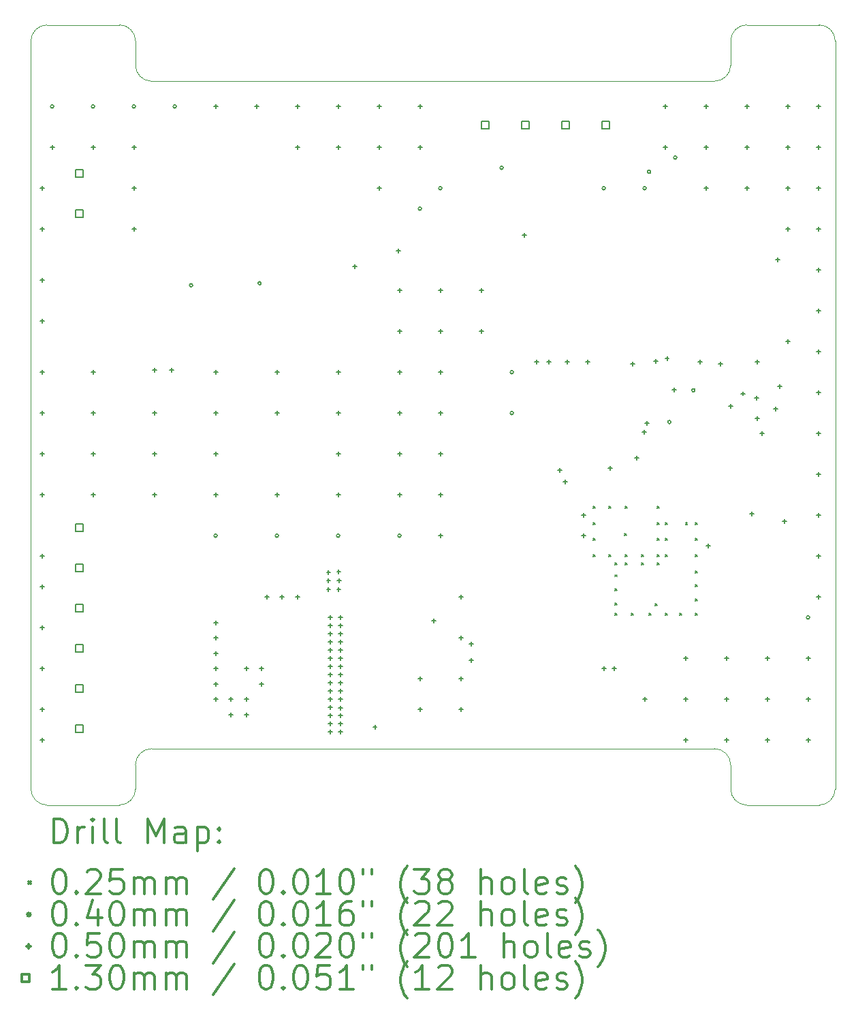
<source format=gbr>
%FSLAX45Y45*%
G04 Gerber Fmt 4.5, Leading zero omitted, Abs format (unit mm)*
G04 Created by KiCad (PCBNEW 5.1.5) date 2020-01-08 22:08:45*
%MOMM*%
%LPD*%
G04 APERTURE LIST*
%TA.AperFunction,Profile*%
%ADD10C,0.100000*%
%TD*%
%ADD11C,0.200000*%
%ADD12C,0.300000*%
G04 APERTURE END LIST*
D10*
X12300000Y-4005000D02*
X5300000Y-4005000D01*
X13800000Y-12800000D02*
G75*
G02X13600000Y-13000000I-200000J0D01*
G01*
X3800000Y-3505000D02*
G75*
G02X4000000Y-3305000I200000J0D01*
G01*
X13800000Y-3505000D02*
X13800000Y-12800000D01*
X5100000Y-12500000D02*
G75*
G02X5300000Y-12300000I200000J0D01*
G01*
X5100000Y-12800000D02*
G75*
G02X4900000Y-13000000I-200000J0D01*
G01*
X12500000Y-3505000D02*
G75*
G02X12700000Y-3305000I200000J0D01*
G01*
X13600000Y-3305000D02*
X12700000Y-3305000D01*
X4900000Y-3305000D02*
X4000000Y-3305000D01*
X4000000Y-13000000D02*
G75*
G02X3800000Y-12800000I0J200000D01*
G01*
X5100000Y-3505000D02*
X5100000Y-3805000D01*
X13600000Y-3305000D02*
G75*
G02X13800000Y-3505000I0J-200000D01*
G01*
X5300000Y-4005000D02*
G75*
G02X5100000Y-3805000I0J200000D01*
G01*
X12300000Y-12300000D02*
G75*
G02X12500000Y-12500000I0J-200000D01*
G01*
X4900000Y-3305000D02*
G75*
G02X5100000Y-3505000I0J-200000D01*
G01*
X12500000Y-12800000D02*
X12500000Y-12500000D01*
X12500000Y-3805000D02*
G75*
G02X12300000Y-4005000I-200000J0D01*
G01*
X4900000Y-13000000D02*
X4000000Y-13000000D01*
X12500000Y-3505000D02*
X12500000Y-3805000D01*
X12300000Y-12300000D02*
X5300000Y-12300000D01*
X3800000Y-12800000D02*
X3800000Y-3505000D01*
X13600000Y-13000000D02*
X12700000Y-13000000D01*
X5100000Y-12500000D02*
X5100000Y-12800000D01*
X12700000Y-13000000D02*
G75*
G02X12500000Y-12800000I0J200000D01*
G01*
D11*
X10787500Y-9287500D02*
X10812500Y-9312500D01*
X10812500Y-9287500D02*
X10787500Y-9312500D01*
X10787500Y-9487500D02*
X10812500Y-9512500D01*
X10812500Y-9487500D02*
X10787500Y-9512500D01*
X10787500Y-9687500D02*
X10812500Y-9712500D01*
X10812500Y-9687500D02*
X10787500Y-9712500D01*
X10787500Y-9887500D02*
X10812500Y-9912500D01*
X10812500Y-9887500D02*
X10787500Y-9912500D01*
X10987500Y-9287500D02*
X11012500Y-9312500D01*
X11012500Y-9287500D02*
X10987500Y-9312500D01*
X10987500Y-9887500D02*
X11012500Y-9912500D01*
X11012500Y-9887500D02*
X10987500Y-9912500D01*
X11062500Y-9987500D02*
X11087500Y-10012500D01*
X11087500Y-9987500D02*
X11062500Y-10012500D01*
X11062500Y-10137500D02*
X11087500Y-10162500D01*
X11087500Y-10137500D02*
X11062500Y-10162500D01*
X11062500Y-10312500D02*
X11087500Y-10337500D01*
X11087500Y-10312500D02*
X11062500Y-10337500D01*
X11062500Y-10487500D02*
X11087500Y-10512500D01*
X11087500Y-10487500D02*
X11062500Y-10512500D01*
X11062500Y-10612500D02*
X11087500Y-10637500D01*
X11087500Y-10612500D02*
X11062500Y-10637500D01*
X11177500Y-9627500D02*
X11202500Y-9652500D01*
X11202500Y-9627500D02*
X11177500Y-9652500D01*
X11187500Y-9287500D02*
X11212500Y-9312500D01*
X11212500Y-9287500D02*
X11187500Y-9312500D01*
X11187500Y-9887500D02*
X11212500Y-9912500D01*
X11212500Y-9887500D02*
X11187500Y-9912500D01*
X11187500Y-9987500D02*
X11212500Y-10012500D01*
X11212500Y-9987500D02*
X11187500Y-10012500D01*
X11262500Y-10612500D02*
X11287500Y-10637500D01*
X11287500Y-10612500D02*
X11262500Y-10637500D01*
X11387500Y-9887500D02*
X11412500Y-9912500D01*
X11412500Y-9887500D02*
X11387500Y-9912500D01*
X11387500Y-9987500D02*
X11412500Y-10012500D01*
X11412500Y-9987500D02*
X11387500Y-10012500D01*
X11487500Y-10612500D02*
X11512500Y-10637500D01*
X11512500Y-10612500D02*
X11487500Y-10637500D01*
X11557500Y-10497500D02*
X11582500Y-10522500D01*
X11582500Y-10497500D02*
X11557500Y-10522500D01*
X11587500Y-9287500D02*
X11612500Y-9312500D01*
X11612500Y-9287500D02*
X11587500Y-9312500D01*
X11587500Y-9487500D02*
X11612500Y-9512500D01*
X11612500Y-9487500D02*
X11587500Y-9512500D01*
X11587500Y-9687500D02*
X11612500Y-9712500D01*
X11612500Y-9687500D02*
X11587500Y-9712500D01*
X11587500Y-9887500D02*
X11612500Y-9912500D01*
X11612500Y-9887500D02*
X11587500Y-9912500D01*
X11587500Y-9987500D02*
X11612500Y-10012500D01*
X11612500Y-9987500D02*
X11587500Y-10012500D01*
X11687500Y-9487500D02*
X11712500Y-9512500D01*
X11712500Y-9487500D02*
X11687500Y-9512500D01*
X11687500Y-9687500D02*
X11712500Y-9712500D01*
X11712500Y-9687500D02*
X11687500Y-9712500D01*
X11687500Y-9887500D02*
X11712500Y-9912500D01*
X11712500Y-9887500D02*
X11687500Y-9912500D01*
X11687500Y-10612500D02*
X11712500Y-10637500D01*
X11712500Y-10612500D02*
X11687500Y-10637500D01*
X11862500Y-10612500D02*
X11887500Y-10637500D01*
X11887500Y-10612500D02*
X11862500Y-10637500D01*
X11937500Y-9487500D02*
X11962500Y-9512500D01*
X11962500Y-9487500D02*
X11937500Y-9512500D01*
X12062500Y-9487500D02*
X12087500Y-9512500D01*
X12087500Y-9487500D02*
X12062500Y-9512500D01*
X12062500Y-9687500D02*
X12087500Y-9712500D01*
X12087500Y-9687500D02*
X12062500Y-9712500D01*
X12062500Y-9887500D02*
X12087500Y-9912500D01*
X12087500Y-9887500D02*
X12062500Y-9912500D01*
X12062500Y-10087500D02*
X12087500Y-10112500D01*
X12087500Y-10087500D02*
X12062500Y-10112500D01*
X12062500Y-10262500D02*
X12087500Y-10287500D01*
X12087500Y-10262500D02*
X12062500Y-10287500D01*
X12062500Y-10437500D02*
X12087500Y-10462500D01*
X12087500Y-10437500D02*
X12062500Y-10462500D01*
X12062500Y-10612500D02*
X12087500Y-10637500D01*
X12087500Y-10612500D02*
X12062500Y-10637500D01*
X4084000Y-4318000D02*
G75*
G03X4084000Y-4318000I-20000J0D01*
G01*
X4592000Y-4318000D02*
G75*
G03X4592000Y-4318000I-20000J0D01*
G01*
X5100000Y-4318000D02*
G75*
G03X5100000Y-4318000I-20000J0D01*
G01*
X5608000Y-4318000D02*
G75*
G03X5608000Y-4318000I-20000J0D01*
G01*
X5811200Y-6540500D02*
G75*
G03X5811200Y-6540500I-20000J0D01*
G01*
X6116000Y-9652000D02*
G75*
G03X6116000Y-9652000I-20000J0D01*
G01*
X6662100Y-6515100D02*
G75*
G03X6662100Y-6515100I-20000J0D01*
G01*
X6878000Y-9652000D02*
G75*
G03X6878000Y-9652000I-20000J0D01*
G01*
X7640000Y-9652000D02*
G75*
G03X7640000Y-9652000I-20000J0D01*
G01*
X8402000Y-9652000D02*
G75*
G03X8402000Y-9652000I-20000J0D01*
G01*
X8656000Y-5588000D02*
G75*
G03X8656000Y-5588000I-20000J0D01*
G01*
X8910000Y-5334000D02*
G75*
G03X8910000Y-5334000I-20000J0D01*
G01*
X9672000Y-5080000D02*
G75*
G03X9672000Y-5080000I-20000J0D01*
G01*
X9799000Y-7620000D02*
G75*
G03X9799000Y-7620000I-20000J0D01*
G01*
X9799000Y-8128000D02*
G75*
G03X9799000Y-8128000I-20000J0D01*
G01*
X10942000Y-5334000D02*
G75*
G03X10942000Y-5334000I-20000J0D01*
G01*
X11450000Y-5334000D02*
G75*
G03X11450000Y-5334000I-20000J0D01*
G01*
X11505459Y-5130800D02*
G75*
G03X11505459Y-5130800I-20000J0D01*
G01*
X11758210Y-8239361D02*
G75*
G03X11758210Y-8239361I-20000J0D01*
G01*
X11831000Y-4953000D02*
G75*
G03X11831000Y-4953000I-20000J0D01*
G01*
X12056771Y-7846185D02*
G75*
G03X12056771Y-7846185I-20000J0D01*
G01*
X13482000Y-10668000D02*
G75*
G03X13482000Y-10668000I-20000J0D01*
G01*
X3937000Y-5309000D02*
X3937000Y-5359000D01*
X3912000Y-5334000D02*
X3962000Y-5334000D01*
X3937000Y-5817000D02*
X3937000Y-5867000D01*
X3912000Y-5842000D02*
X3962000Y-5842000D01*
X3937000Y-6452000D02*
X3937000Y-6502000D01*
X3912000Y-6477000D02*
X3962000Y-6477000D01*
X3937000Y-6960000D02*
X3937000Y-7010000D01*
X3912000Y-6985000D02*
X3962000Y-6985000D01*
X3937000Y-7595000D02*
X3937000Y-7645000D01*
X3912000Y-7620000D02*
X3962000Y-7620000D01*
X3937000Y-8103000D02*
X3937000Y-8153000D01*
X3912000Y-8128000D02*
X3962000Y-8128000D01*
X3937000Y-8611000D02*
X3937000Y-8661000D01*
X3912000Y-8636000D02*
X3962000Y-8636000D01*
X3937000Y-9119000D02*
X3937000Y-9169000D01*
X3912000Y-9144000D02*
X3962000Y-9144000D01*
X3937000Y-9881000D02*
X3937000Y-9931000D01*
X3912000Y-9906000D02*
X3962000Y-9906000D01*
X3937000Y-10262000D02*
X3937000Y-10312000D01*
X3912000Y-10287000D02*
X3962000Y-10287000D01*
X3937000Y-10770000D02*
X3937000Y-10820000D01*
X3912000Y-10795000D02*
X3962000Y-10795000D01*
X3937000Y-11278000D02*
X3937000Y-11328000D01*
X3912000Y-11303000D02*
X3962000Y-11303000D01*
X3937000Y-11786000D02*
X3937000Y-11836000D01*
X3912000Y-11811000D02*
X3962000Y-11811000D01*
X3937000Y-12167000D02*
X3937000Y-12217000D01*
X3912000Y-12192000D02*
X3962000Y-12192000D01*
X4064000Y-4801000D02*
X4064000Y-4851000D01*
X4039000Y-4826000D02*
X4089000Y-4826000D01*
X4572000Y-4801000D02*
X4572000Y-4851000D01*
X4547000Y-4826000D02*
X4597000Y-4826000D01*
X4572000Y-7595000D02*
X4572000Y-7645000D01*
X4547000Y-7620000D02*
X4597000Y-7620000D01*
X4572000Y-8103000D02*
X4572000Y-8153000D01*
X4547000Y-8128000D02*
X4597000Y-8128000D01*
X4572000Y-8611000D02*
X4572000Y-8661000D01*
X4547000Y-8636000D02*
X4597000Y-8636000D01*
X4572000Y-9119000D02*
X4572000Y-9169000D01*
X4547000Y-9144000D02*
X4597000Y-9144000D01*
X5080000Y-4801000D02*
X5080000Y-4851000D01*
X5055000Y-4826000D02*
X5105000Y-4826000D01*
X5080000Y-5309000D02*
X5080000Y-5359000D01*
X5055000Y-5334000D02*
X5105000Y-5334000D01*
X5080000Y-5817000D02*
X5080000Y-5867000D01*
X5055000Y-5842000D02*
X5105000Y-5842000D01*
X5334000Y-7569600D02*
X5334000Y-7619600D01*
X5309000Y-7594600D02*
X5359000Y-7594600D01*
X5334000Y-8103000D02*
X5334000Y-8153000D01*
X5309000Y-8128000D02*
X5359000Y-8128000D01*
X5334000Y-8611000D02*
X5334000Y-8661000D01*
X5309000Y-8636000D02*
X5359000Y-8636000D01*
X5334000Y-9119000D02*
X5334000Y-9169000D01*
X5309000Y-9144000D02*
X5359000Y-9144000D01*
X5549900Y-7569600D02*
X5549900Y-7619600D01*
X5524900Y-7594600D02*
X5574900Y-7594600D01*
X6096000Y-4293000D02*
X6096000Y-4343000D01*
X6071000Y-4318000D02*
X6121000Y-4318000D01*
X6096000Y-7595000D02*
X6096000Y-7645000D01*
X6071000Y-7620000D02*
X6121000Y-7620000D01*
X6096000Y-8103000D02*
X6096000Y-8153000D01*
X6071000Y-8128000D02*
X6121000Y-8128000D01*
X6096000Y-8611000D02*
X6096000Y-8661000D01*
X6071000Y-8636000D02*
X6121000Y-8636000D01*
X6096000Y-9119000D02*
X6096000Y-9169000D01*
X6071000Y-9144000D02*
X6121000Y-9144000D01*
X6096000Y-10706500D02*
X6096000Y-10756500D01*
X6071000Y-10731500D02*
X6121000Y-10731500D01*
X6096000Y-10897000D02*
X6096000Y-10947000D01*
X6071000Y-10922000D02*
X6121000Y-10922000D01*
X6096000Y-11087500D02*
X6096000Y-11137500D01*
X6071000Y-11112500D02*
X6121000Y-11112500D01*
X6096000Y-11278000D02*
X6096000Y-11328000D01*
X6071000Y-11303000D02*
X6121000Y-11303000D01*
X6096000Y-11468500D02*
X6096000Y-11518500D01*
X6071000Y-11493500D02*
X6121000Y-11493500D01*
X6096000Y-11659000D02*
X6096000Y-11709000D01*
X6071000Y-11684000D02*
X6121000Y-11684000D01*
X6286500Y-11659000D02*
X6286500Y-11709000D01*
X6261500Y-11684000D02*
X6311500Y-11684000D01*
X6286500Y-11849500D02*
X6286500Y-11899500D01*
X6261500Y-11874500D02*
X6311500Y-11874500D01*
X6477000Y-11278000D02*
X6477000Y-11328000D01*
X6452000Y-11303000D02*
X6502000Y-11303000D01*
X6477000Y-11659000D02*
X6477000Y-11709000D01*
X6452000Y-11684000D02*
X6502000Y-11684000D01*
X6477000Y-11849500D02*
X6477000Y-11899500D01*
X6452000Y-11874500D02*
X6502000Y-11874500D01*
X6604000Y-4293000D02*
X6604000Y-4343000D01*
X6579000Y-4318000D02*
X6629000Y-4318000D01*
X6667500Y-11278000D02*
X6667500Y-11328000D01*
X6642500Y-11303000D02*
X6692500Y-11303000D01*
X6667500Y-11468500D02*
X6667500Y-11518500D01*
X6642500Y-11493500D02*
X6692500Y-11493500D01*
X6731000Y-10389000D02*
X6731000Y-10439000D01*
X6706000Y-10414000D02*
X6756000Y-10414000D01*
X6858000Y-7595000D02*
X6858000Y-7645000D01*
X6833000Y-7620000D02*
X6883000Y-7620000D01*
X6858000Y-8103000D02*
X6858000Y-8153000D01*
X6833000Y-8128000D02*
X6883000Y-8128000D01*
X6858000Y-9119000D02*
X6858000Y-9169000D01*
X6833000Y-9144000D02*
X6883000Y-9144000D01*
X6921500Y-10389000D02*
X6921500Y-10439000D01*
X6896500Y-10414000D02*
X6946500Y-10414000D01*
X7112000Y-4293000D02*
X7112000Y-4343000D01*
X7087000Y-4318000D02*
X7137000Y-4318000D01*
X7112000Y-4801000D02*
X7112000Y-4851000D01*
X7087000Y-4826000D02*
X7137000Y-4826000D01*
X7112000Y-10389000D02*
X7112000Y-10439000D01*
X7087000Y-10414000D02*
X7137000Y-10414000D01*
X7500620Y-10079120D02*
X7500620Y-10129120D01*
X7475620Y-10104120D02*
X7525620Y-10104120D01*
X7500620Y-10185800D02*
X7500620Y-10235800D01*
X7475620Y-10210800D02*
X7525620Y-10210800D01*
X7500620Y-10292480D02*
X7500620Y-10342480D01*
X7475620Y-10317480D02*
X7525620Y-10317480D01*
X7518400Y-10643000D02*
X7518400Y-10693000D01*
X7493400Y-10668000D02*
X7543400Y-10668000D01*
X7518400Y-10744600D02*
X7518400Y-10794600D01*
X7493400Y-10769600D02*
X7543400Y-10769600D01*
X7518400Y-10846200D02*
X7518400Y-10896200D01*
X7493400Y-10871200D02*
X7543400Y-10871200D01*
X7518400Y-10947800D02*
X7518400Y-10997800D01*
X7493400Y-10972800D02*
X7543400Y-10972800D01*
X7518400Y-11049400D02*
X7518400Y-11099400D01*
X7493400Y-11074400D02*
X7543400Y-11074400D01*
X7518400Y-11151000D02*
X7518400Y-11201000D01*
X7493400Y-11176000D02*
X7543400Y-11176000D01*
X7518400Y-11252600D02*
X7518400Y-11302600D01*
X7493400Y-11277600D02*
X7543400Y-11277600D01*
X7518400Y-11354200D02*
X7518400Y-11404200D01*
X7493400Y-11379200D02*
X7543400Y-11379200D01*
X7518400Y-11455800D02*
X7518400Y-11505800D01*
X7493400Y-11480800D02*
X7543400Y-11480800D01*
X7518400Y-11557400D02*
X7518400Y-11607400D01*
X7493400Y-11582400D02*
X7543400Y-11582400D01*
X7518400Y-11659000D02*
X7518400Y-11709000D01*
X7493400Y-11684000D02*
X7543400Y-11684000D01*
X7518400Y-11760600D02*
X7518400Y-11810600D01*
X7493400Y-11785600D02*
X7543400Y-11785600D01*
X7518400Y-11862200D02*
X7518400Y-11912200D01*
X7493400Y-11887200D02*
X7543400Y-11887200D01*
X7518400Y-11963800D02*
X7518400Y-12013800D01*
X7493400Y-11988800D02*
X7543400Y-11988800D01*
X7518400Y-12065400D02*
X7518400Y-12115400D01*
X7493400Y-12090400D02*
X7543400Y-12090400D01*
X7620000Y-4293000D02*
X7620000Y-4343000D01*
X7595000Y-4318000D02*
X7645000Y-4318000D01*
X7620000Y-4801000D02*
X7620000Y-4851000D01*
X7595000Y-4826000D02*
X7645000Y-4826000D01*
X7620000Y-7595000D02*
X7620000Y-7645000D01*
X7595000Y-7620000D02*
X7645000Y-7620000D01*
X7620000Y-8103000D02*
X7620000Y-8153000D01*
X7595000Y-8128000D02*
X7645000Y-8128000D01*
X7620000Y-8611000D02*
X7620000Y-8661000D01*
X7595000Y-8636000D02*
X7645000Y-8636000D01*
X7620000Y-9119000D02*
X7620000Y-9169000D01*
X7595000Y-9144000D02*
X7645000Y-9144000D01*
X7627620Y-10076580D02*
X7627620Y-10126580D01*
X7602620Y-10101580D02*
X7652620Y-10101580D01*
X7627620Y-10292480D02*
X7627620Y-10342480D01*
X7602620Y-10317480D02*
X7652620Y-10317480D01*
X7630160Y-10185800D02*
X7630160Y-10235800D01*
X7605160Y-10210800D02*
X7655160Y-10210800D01*
X7645400Y-10643000D02*
X7645400Y-10693000D01*
X7620400Y-10668000D02*
X7670400Y-10668000D01*
X7645400Y-10744600D02*
X7645400Y-10794600D01*
X7620400Y-10769600D02*
X7670400Y-10769600D01*
X7645400Y-10846200D02*
X7645400Y-10896200D01*
X7620400Y-10871200D02*
X7670400Y-10871200D01*
X7645400Y-10947800D02*
X7645400Y-10997800D01*
X7620400Y-10972800D02*
X7670400Y-10972800D01*
X7645400Y-11049400D02*
X7645400Y-11099400D01*
X7620400Y-11074400D02*
X7670400Y-11074400D01*
X7645400Y-11151000D02*
X7645400Y-11201000D01*
X7620400Y-11176000D02*
X7670400Y-11176000D01*
X7645400Y-11252600D02*
X7645400Y-11302600D01*
X7620400Y-11277600D02*
X7670400Y-11277600D01*
X7645400Y-11354200D02*
X7645400Y-11404200D01*
X7620400Y-11379200D02*
X7670400Y-11379200D01*
X7645400Y-11455800D02*
X7645400Y-11505800D01*
X7620400Y-11480800D02*
X7670400Y-11480800D01*
X7645400Y-11557400D02*
X7645400Y-11607400D01*
X7620400Y-11582400D02*
X7670400Y-11582400D01*
X7645400Y-11659000D02*
X7645400Y-11709000D01*
X7620400Y-11684000D02*
X7670400Y-11684000D01*
X7645400Y-11766950D02*
X7645400Y-11816950D01*
X7620400Y-11791950D02*
X7670400Y-11791950D01*
X7645400Y-11862200D02*
X7645400Y-11912200D01*
X7620400Y-11887200D02*
X7670400Y-11887200D01*
X7645400Y-11963800D02*
X7645400Y-12013800D01*
X7620400Y-11988800D02*
X7670400Y-11988800D01*
X7645400Y-12065400D02*
X7645400Y-12115400D01*
X7620400Y-12090400D02*
X7670400Y-12090400D01*
X7823200Y-6284360D02*
X7823200Y-6334360D01*
X7798200Y-6309360D02*
X7848200Y-6309360D01*
X8076691Y-12004695D02*
X8076691Y-12054695D01*
X8051691Y-12029695D02*
X8101691Y-12029695D01*
X8128000Y-4293000D02*
X8128000Y-4343000D01*
X8103000Y-4318000D02*
X8153000Y-4318000D01*
X8128000Y-4801000D02*
X8128000Y-4851000D01*
X8103000Y-4826000D02*
X8153000Y-4826000D01*
X8128000Y-5309000D02*
X8128000Y-5359000D01*
X8103000Y-5334000D02*
X8153000Y-5334000D01*
X8366760Y-6086240D02*
X8366760Y-6136240D01*
X8341760Y-6111240D02*
X8391760Y-6111240D01*
X8382000Y-6579000D02*
X8382000Y-6629000D01*
X8357000Y-6604000D02*
X8407000Y-6604000D01*
X8382000Y-7087000D02*
X8382000Y-7137000D01*
X8357000Y-7112000D02*
X8407000Y-7112000D01*
X8382000Y-7595000D02*
X8382000Y-7645000D01*
X8357000Y-7620000D02*
X8407000Y-7620000D01*
X8382000Y-8103000D02*
X8382000Y-8153000D01*
X8357000Y-8128000D02*
X8407000Y-8128000D01*
X8382000Y-8611000D02*
X8382000Y-8661000D01*
X8357000Y-8636000D02*
X8407000Y-8636000D01*
X8382000Y-9119000D02*
X8382000Y-9169000D01*
X8357000Y-9144000D02*
X8407000Y-9144000D01*
X8636000Y-4293000D02*
X8636000Y-4343000D01*
X8611000Y-4318000D02*
X8661000Y-4318000D01*
X8636000Y-4801000D02*
X8636000Y-4851000D01*
X8611000Y-4826000D02*
X8661000Y-4826000D01*
X8636000Y-11405000D02*
X8636000Y-11455000D01*
X8611000Y-11430000D02*
X8661000Y-11430000D01*
X8636000Y-11786000D02*
X8636000Y-11836000D01*
X8611000Y-11811000D02*
X8661000Y-11811000D01*
X8810244Y-10683132D02*
X8810244Y-10733132D01*
X8785244Y-10708132D02*
X8835244Y-10708132D01*
X8890000Y-6579000D02*
X8890000Y-6629000D01*
X8865000Y-6604000D02*
X8915000Y-6604000D01*
X8890000Y-7087000D02*
X8890000Y-7137000D01*
X8865000Y-7112000D02*
X8915000Y-7112000D01*
X8890000Y-7595000D02*
X8890000Y-7645000D01*
X8865000Y-7620000D02*
X8915000Y-7620000D01*
X8890000Y-8103000D02*
X8890000Y-8153000D01*
X8865000Y-8128000D02*
X8915000Y-8128000D01*
X8890000Y-8611000D02*
X8890000Y-8661000D01*
X8865000Y-8636000D02*
X8915000Y-8636000D01*
X8890000Y-9119000D02*
X8890000Y-9169000D01*
X8865000Y-9144000D02*
X8915000Y-9144000D01*
X8890000Y-9627000D02*
X8890000Y-9677000D01*
X8865000Y-9652000D02*
X8915000Y-9652000D01*
X9144000Y-10389000D02*
X9144000Y-10439000D01*
X9119000Y-10414000D02*
X9169000Y-10414000D01*
X9144000Y-10897000D02*
X9144000Y-10947000D01*
X9119000Y-10922000D02*
X9169000Y-10922000D01*
X9144000Y-11405000D02*
X9144000Y-11455000D01*
X9119000Y-11430000D02*
X9169000Y-11430000D01*
X9144000Y-11786000D02*
X9144000Y-11836000D01*
X9119000Y-11811000D02*
X9169000Y-11811000D01*
X9277350Y-10973200D02*
X9277350Y-11023200D01*
X9252350Y-10998200D02*
X9302350Y-10998200D01*
X9277350Y-11176400D02*
X9277350Y-11226400D01*
X9252350Y-11201400D02*
X9302350Y-11201400D01*
X9398000Y-6579000D02*
X9398000Y-6629000D01*
X9373000Y-6604000D02*
X9423000Y-6604000D01*
X9398000Y-7087000D02*
X9398000Y-7137000D01*
X9373000Y-7112000D02*
X9423000Y-7112000D01*
X9931400Y-5893200D02*
X9931400Y-5943200D01*
X9906400Y-5918200D02*
X9956400Y-5918200D01*
X10083800Y-7468000D02*
X10083800Y-7518000D01*
X10058800Y-7493000D02*
X10108800Y-7493000D01*
X10236200Y-7468000D02*
X10236200Y-7518000D01*
X10211200Y-7493000D02*
X10261200Y-7493000D01*
X10378440Y-8810421D02*
X10378440Y-8860421D01*
X10353440Y-8835421D02*
X10403440Y-8835421D01*
X10445094Y-8953347D02*
X10445094Y-9003347D01*
X10420094Y-8978347D02*
X10470094Y-8978347D01*
X10464800Y-7468000D02*
X10464800Y-7518000D01*
X10439800Y-7493000D02*
X10489800Y-7493000D01*
X10668000Y-9373000D02*
X10668000Y-9423000D01*
X10643000Y-9398000D02*
X10693000Y-9398000D01*
X10668000Y-9627000D02*
X10668000Y-9677000D01*
X10643000Y-9652000D02*
X10693000Y-9652000D01*
X10718800Y-7468000D02*
X10718800Y-7518000D01*
X10693800Y-7493000D02*
X10743800Y-7493000D01*
X10922000Y-11278000D02*
X10922000Y-11328000D01*
X10897000Y-11303000D02*
X10947000Y-11303000D01*
X10998200Y-8788800D02*
X10998200Y-8838800D01*
X10973200Y-8813800D02*
X11023200Y-8813800D01*
X11049000Y-11278000D02*
X11049000Y-11328000D01*
X11024000Y-11303000D02*
X11074000Y-11303000D01*
X11277600Y-7493400D02*
X11277600Y-7543400D01*
X11252600Y-7518400D02*
X11302600Y-7518400D01*
X11328400Y-8661800D02*
X11328400Y-8711800D01*
X11303400Y-8686800D02*
X11353400Y-8686800D01*
X11427405Y-8336379D02*
X11427405Y-8386379D01*
X11402405Y-8361379D02*
X11452405Y-8361379D01*
X11430000Y-11659000D02*
X11430000Y-11709000D01*
X11405000Y-11684000D02*
X11455000Y-11684000D01*
X11455400Y-8230000D02*
X11455400Y-8280000D01*
X11430400Y-8255000D02*
X11480400Y-8255000D01*
X11567160Y-7457840D02*
X11567160Y-7507840D01*
X11542160Y-7482840D02*
X11592160Y-7482840D01*
X11684000Y-4293000D02*
X11684000Y-4343000D01*
X11659000Y-4318000D02*
X11709000Y-4318000D01*
X11684000Y-4801000D02*
X11684000Y-4851000D01*
X11659000Y-4826000D02*
X11709000Y-4826000D01*
X11709064Y-7421944D02*
X11709064Y-7471944D01*
X11684064Y-7446944D02*
X11734064Y-7446944D01*
X11795760Y-7813440D02*
X11795760Y-7863440D01*
X11770760Y-7838440D02*
X11820760Y-7838440D01*
X11938000Y-11151000D02*
X11938000Y-11201000D01*
X11913000Y-11176000D02*
X11963000Y-11176000D01*
X11938000Y-11659000D02*
X11938000Y-11709000D01*
X11913000Y-11684000D02*
X11963000Y-11684000D01*
X11938000Y-12167000D02*
X11938000Y-12217000D01*
X11913000Y-12192000D02*
X11963000Y-12192000D01*
X12115800Y-7468000D02*
X12115800Y-7518000D01*
X12090800Y-7493000D02*
X12140800Y-7493000D01*
X12192000Y-4293000D02*
X12192000Y-4343000D01*
X12167000Y-4318000D02*
X12217000Y-4318000D01*
X12192000Y-4801000D02*
X12192000Y-4851000D01*
X12167000Y-4826000D02*
X12217000Y-4826000D01*
X12192000Y-5309000D02*
X12192000Y-5359000D01*
X12167000Y-5334000D02*
X12217000Y-5334000D01*
X12217400Y-9754000D02*
X12217400Y-9804000D01*
X12192400Y-9779000D02*
X12242400Y-9779000D01*
X12369800Y-7493400D02*
X12369800Y-7543400D01*
X12344800Y-7518400D02*
X12394800Y-7518400D01*
X12446000Y-11151000D02*
X12446000Y-11201000D01*
X12421000Y-11176000D02*
X12471000Y-11176000D01*
X12446000Y-11659000D02*
X12446000Y-11709000D01*
X12421000Y-11684000D02*
X12471000Y-11684000D01*
X12446000Y-12167000D02*
X12446000Y-12217000D01*
X12421000Y-12192000D02*
X12471000Y-12192000D01*
X12501503Y-8014094D02*
X12501503Y-8064094D01*
X12476503Y-8039094D02*
X12526503Y-8039094D01*
X12655212Y-7860385D02*
X12655212Y-7910385D01*
X12630212Y-7885385D02*
X12680212Y-7885385D01*
X12700000Y-4293000D02*
X12700000Y-4343000D01*
X12675000Y-4318000D02*
X12725000Y-4318000D01*
X12700000Y-4801000D02*
X12700000Y-4851000D01*
X12675000Y-4826000D02*
X12725000Y-4826000D01*
X12700000Y-5309000D02*
X12700000Y-5359000D01*
X12675000Y-5334000D02*
X12725000Y-5334000D01*
X12760280Y-9356560D02*
X12760280Y-9406560D01*
X12735280Y-9381560D02*
X12785280Y-9381560D01*
X12825699Y-7912500D02*
X12825699Y-7962500D01*
X12800699Y-7937500D02*
X12850699Y-7937500D01*
X12827000Y-7468000D02*
X12827000Y-7518000D01*
X12802000Y-7493000D02*
X12852000Y-7493000D01*
X12827000Y-8166500D02*
X12827000Y-8216500D01*
X12802000Y-8191500D02*
X12852000Y-8191500D01*
X12890500Y-8357000D02*
X12890500Y-8407000D01*
X12865500Y-8382000D02*
X12915500Y-8382000D01*
X12954000Y-11151000D02*
X12954000Y-11201000D01*
X12929000Y-11176000D02*
X12979000Y-11176000D01*
X12954000Y-11659000D02*
X12954000Y-11709000D01*
X12929000Y-11684000D02*
X12979000Y-11684000D01*
X12954000Y-12167000D02*
X12954000Y-12217000D01*
X12929000Y-12192000D02*
X12979000Y-12192000D01*
X13061950Y-8052200D02*
X13061950Y-8102200D01*
X13036950Y-8077200D02*
X13086950Y-8077200D01*
X13081000Y-6198000D02*
X13081000Y-6248000D01*
X13056000Y-6223000D02*
X13106000Y-6223000D01*
X13108252Y-7772800D02*
X13108252Y-7822800D01*
X13083252Y-7797800D02*
X13133252Y-7797800D01*
X13169900Y-9449200D02*
X13169900Y-9499200D01*
X13144900Y-9474200D02*
X13194900Y-9474200D01*
X13208000Y-4293000D02*
X13208000Y-4343000D01*
X13183000Y-4318000D02*
X13233000Y-4318000D01*
X13208000Y-4801000D02*
X13208000Y-4851000D01*
X13183000Y-4826000D02*
X13233000Y-4826000D01*
X13208000Y-5309000D02*
X13208000Y-5359000D01*
X13183000Y-5334000D02*
X13233000Y-5334000D01*
X13208000Y-5817000D02*
X13208000Y-5867000D01*
X13183000Y-5842000D02*
X13233000Y-5842000D01*
X13208000Y-7214000D02*
X13208000Y-7264000D01*
X13183000Y-7239000D02*
X13233000Y-7239000D01*
X13462000Y-11151000D02*
X13462000Y-11201000D01*
X13437000Y-11176000D02*
X13487000Y-11176000D01*
X13462000Y-11659000D02*
X13462000Y-11709000D01*
X13437000Y-11684000D02*
X13487000Y-11684000D01*
X13462000Y-12167000D02*
X13462000Y-12217000D01*
X13437000Y-12192000D02*
X13487000Y-12192000D01*
X13589000Y-4293000D02*
X13589000Y-4343000D01*
X13564000Y-4318000D02*
X13614000Y-4318000D01*
X13589000Y-4801000D02*
X13589000Y-4851000D01*
X13564000Y-4826000D02*
X13614000Y-4826000D01*
X13589000Y-5309000D02*
X13589000Y-5359000D01*
X13564000Y-5334000D02*
X13614000Y-5334000D01*
X13589000Y-5817000D02*
X13589000Y-5867000D01*
X13564000Y-5842000D02*
X13614000Y-5842000D01*
X13589000Y-6325000D02*
X13589000Y-6375000D01*
X13564000Y-6350000D02*
X13614000Y-6350000D01*
X13589000Y-6833000D02*
X13589000Y-6883000D01*
X13564000Y-6858000D02*
X13614000Y-6858000D01*
X13589000Y-7341000D02*
X13589000Y-7391000D01*
X13564000Y-7366000D02*
X13614000Y-7366000D01*
X13589000Y-7849000D02*
X13589000Y-7899000D01*
X13564000Y-7874000D02*
X13614000Y-7874000D01*
X13589000Y-8357000D02*
X13589000Y-8407000D01*
X13564000Y-8382000D02*
X13614000Y-8382000D01*
X13589000Y-8865000D02*
X13589000Y-8915000D01*
X13564000Y-8890000D02*
X13614000Y-8890000D01*
X13589000Y-9373000D02*
X13589000Y-9423000D01*
X13564000Y-9398000D02*
X13614000Y-9398000D01*
X13589000Y-9881000D02*
X13589000Y-9931000D01*
X13564000Y-9906000D02*
X13614000Y-9906000D01*
X13589000Y-10389000D02*
X13589000Y-10439000D01*
X13564000Y-10414000D02*
X13614000Y-10414000D01*
X4445962Y-10595962D02*
X4445962Y-10504038D01*
X4354038Y-10504038D01*
X4354038Y-10595962D01*
X4445962Y-10595962D01*
X4445962Y-11095962D02*
X4445962Y-11004038D01*
X4354038Y-11004038D01*
X4354038Y-11095962D01*
X4445962Y-11095962D01*
X9495962Y-4596742D02*
X9495962Y-4504818D01*
X9404038Y-4504818D01*
X9404038Y-4596742D01*
X9495962Y-4596742D01*
X9995962Y-4596742D02*
X9995962Y-4504818D01*
X9904038Y-4504818D01*
X9904038Y-4596742D01*
X9995962Y-4596742D01*
X4445962Y-5195962D02*
X4445962Y-5104038D01*
X4354038Y-5104038D01*
X4354038Y-5195962D01*
X4445962Y-5195962D01*
X4445962Y-5695962D02*
X4445962Y-5604038D01*
X4354038Y-5604038D01*
X4354038Y-5695962D01*
X4445962Y-5695962D01*
X4445962Y-9595962D02*
X4445962Y-9504038D01*
X4354038Y-9504038D01*
X4354038Y-9595962D01*
X4445962Y-9595962D01*
X4445962Y-10095962D02*
X4445962Y-10004038D01*
X4354038Y-10004038D01*
X4354038Y-10095962D01*
X4445962Y-10095962D01*
X10495962Y-4595472D02*
X10495962Y-4503548D01*
X10404038Y-4503548D01*
X10404038Y-4595472D01*
X10495962Y-4595472D01*
X10995962Y-4595472D02*
X10995962Y-4503548D01*
X10904038Y-4503548D01*
X10904038Y-4595472D01*
X10995962Y-4595472D01*
X4445962Y-11595962D02*
X4445962Y-11504038D01*
X4354038Y-11504038D01*
X4354038Y-11595962D01*
X4445962Y-11595962D01*
X4445962Y-12095962D02*
X4445962Y-12004038D01*
X4354038Y-12004038D01*
X4354038Y-12095962D01*
X4445962Y-12095962D01*
D12*
X4081428Y-13470714D02*
X4081428Y-13170714D01*
X4152857Y-13170714D01*
X4195714Y-13185000D01*
X4224286Y-13213572D01*
X4238571Y-13242143D01*
X4252857Y-13299286D01*
X4252857Y-13342143D01*
X4238571Y-13399286D01*
X4224286Y-13427857D01*
X4195714Y-13456429D01*
X4152857Y-13470714D01*
X4081428Y-13470714D01*
X4381428Y-13470714D02*
X4381428Y-13270714D01*
X4381428Y-13327857D02*
X4395714Y-13299286D01*
X4410000Y-13285000D01*
X4438571Y-13270714D01*
X4467143Y-13270714D01*
X4567143Y-13470714D02*
X4567143Y-13270714D01*
X4567143Y-13170714D02*
X4552857Y-13185000D01*
X4567143Y-13199286D01*
X4581428Y-13185000D01*
X4567143Y-13170714D01*
X4567143Y-13199286D01*
X4752857Y-13470714D02*
X4724286Y-13456429D01*
X4710000Y-13427857D01*
X4710000Y-13170714D01*
X4910000Y-13470714D02*
X4881428Y-13456429D01*
X4867143Y-13427857D01*
X4867143Y-13170714D01*
X5252857Y-13470714D02*
X5252857Y-13170714D01*
X5352857Y-13385000D01*
X5452857Y-13170714D01*
X5452857Y-13470714D01*
X5724285Y-13470714D02*
X5724285Y-13313572D01*
X5710000Y-13285000D01*
X5681428Y-13270714D01*
X5624285Y-13270714D01*
X5595714Y-13285000D01*
X5724285Y-13456429D02*
X5695714Y-13470714D01*
X5624285Y-13470714D01*
X5595714Y-13456429D01*
X5581428Y-13427857D01*
X5581428Y-13399286D01*
X5595714Y-13370714D01*
X5624285Y-13356429D01*
X5695714Y-13356429D01*
X5724285Y-13342143D01*
X5867143Y-13270714D02*
X5867143Y-13570714D01*
X5867143Y-13285000D02*
X5895714Y-13270714D01*
X5952857Y-13270714D01*
X5981428Y-13285000D01*
X5995714Y-13299286D01*
X6010000Y-13327857D01*
X6010000Y-13413572D01*
X5995714Y-13442143D01*
X5981428Y-13456429D01*
X5952857Y-13470714D01*
X5895714Y-13470714D01*
X5867143Y-13456429D01*
X6138571Y-13442143D02*
X6152857Y-13456429D01*
X6138571Y-13470714D01*
X6124285Y-13456429D01*
X6138571Y-13442143D01*
X6138571Y-13470714D01*
X6138571Y-13285000D02*
X6152857Y-13299286D01*
X6138571Y-13313572D01*
X6124285Y-13299286D01*
X6138571Y-13285000D01*
X6138571Y-13313572D01*
X3770000Y-13952500D02*
X3795000Y-13977500D01*
X3795000Y-13952500D02*
X3770000Y-13977500D01*
X4138571Y-13800714D02*
X4167143Y-13800714D01*
X4195714Y-13815000D01*
X4210000Y-13829286D01*
X4224286Y-13857857D01*
X4238571Y-13915000D01*
X4238571Y-13986429D01*
X4224286Y-14043572D01*
X4210000Y-14072143D01*
X4195714Y-14086429D01*
X4167143Y-14100714D01*
X4138571Y-14100714D01*
X4110000Y-14086429D01*
X4095714Y-14072143D01*
X4081428Y-14043572D01*
X4067143Y-13986429D01*
X4067143Y-13915000D01*
X4081428Y-13857857D01*
X4095714Y-13829286D01*
X4110000Y-13815000D01*
X4138571Y-13800714D01*
X4367143Y-14072143D02*
X4381428Y-14086429D01*
X4367143Y-14100714D01*
X4352857Y-14086429D01*
X4367143Y-14072143D01*
X4367143Y-14100714D01*
X4495714Y-13829286D02*
X4510000Y-13815000D01*
X4538571Y-13800714D01*
X4610000Y-13800714D01*
X4638571Y-13815000D01*
X4652857Y-13829286D01*
X4667143Y-13857857D01*
X4667143Y-13886429D01*
X4652857Y-13929286D01*
X4481428Y-14100714D01*
X4667143Y-14100714D01*
X4938571Y-13800714D02*
X4795714Y-13800714D01*
X4781428Y-13943572D01*
X4795714Y-13929286D01*
X4824286Y-13915000D01*
X4895714Y-13915000D01*
X4924286Y-13929286D01*
X4938571Y-13943572D01*
X4952857Y-13972143D01*
X4952857Y-14043572D01*
X4938571Y-14072143D01*
X4924286Y-14086429D01*
X4895714Y-14100714D01*
X4824286Y-14100714D01*
X4795714Y-14086429D01*
X4781428Y-14072143D01*
X5081428Y-14100714D02*
X5081428Y-13900714D01*
X5081428Y-13929286D02*
X5095714Y-13915000D01*
X5124286Y-13900714D01*
X5167143Y-13900714D01*
X5195714Y-13915000D01*
X5210000Y-13943572D01*
X5210000Y-14100714D01*
X5210000Y-13943572D02*
X5224286Y-13915000D01*
X5252857Y-13900714D01*
X5295714Y-13900714D01*
X5324286Y-13915000D01*
X5338571Y-13943572D01*
X5338571Y-14100714D01*
X5481428Y-14100714D02*
X5481428Y-13900714D01*
X5481428Y-13929286D02*
X5495714Y-13915000D01*
X5524286Y-13900714D01*
X5567143Y-13900714D01*
X5595714Y-13915000D01*
X5610000Y-13943572D01*
X5610000Y-14100714D01*
X5610000Y-13943572D02*
X5624285Y-13915000D01*
X5652857Y-13900714D01*
X5695714Y-13900714D01*
X5724285Y-13915000D01*
X5738571Y-13943572D01*
X5738571Y-14100714D01*
X6324285Y-13786429D02*
X6067143Y-14172143D01*
X6710000Y-13800714D02*
X6738571Y-13800714D01*
X6767143Y-13815000D01*
X6781428Y-13829286D01*
X6795714Y-13857857D01*
X6810000Y-13915000D01*
X6810000Y-13986429D01*
X6795714Y-14043572D01*
X6781428Y-14072143D01*
X6767143Y-14086429D01*
X6738571Y-14100714D01*
X6710000Y-14100714D01*
X6681428Y-14086429D01*
X6667143Y-14072143D01*
X6652857Y-14043572D01*
X6638571Y-13986429D01*
X6638571Y-13915000D01*
X6652857Y-13857857D01*
X6667143Y-13829286D01*
X6681428Y-13815000D01*
X6710000Y-13800714D01*
X6938571Y-14072143D02*
X6952857Y-14086429D01*
X6938571Y-14100714D01*
X6924285Y-14086429D01*
X6938571Y-14072143D01*
X6938571Y-14100714D01*
X7138571Y-13800714D02*
X7167143Y-13800714D01*
X7195714Y-13815000D01*
X7210000Y-13829286D01*
X7224285Y-13857857D01*
X7238571Y-13915000D01*
X7238571Y-13986429D01*
X7224285Y-14043572D01*
X7210000Y-14072143D01*
X7195714Y-14086429D01*
X7167143Y-14100714D01*
X7138571Y-14100714D01*
X7110000Y-14086429D01*
X7095714Y-14072143D01*
X7081428Y-14043572D01*
X7067143Y-13986429D01*
X7067143Y-13915000D01*
X7081428Y-13857857D01*
X7095714Y-13829286D01*
X7110000Y-13815000D01*
X7138571Y-13800714D01*
X7524285Y-14100714D02*
X7352857Y-14100714D01*
X7438571Y-14100714D02*
X7438571Y-13800714D01*
X7410000Y-13843572D01*
X7381428Y-13872143D01*
X7352857Y-13886429D01*
X7710000Y-13800714D02*
X7738571Y-13800714D01*
X7767143Y-13815000D01*
X7781428Y-13829286D01*
X7795714Y-13857857D01*
X7810000Y-13915000D01*
X7810000Y-13986429D01*
X7795714Y-14043572D01*
X7781428Y-14072143D01*
X7767143Y-14086429D01*
X7738571Y-14100714D01*
X7710000Y-14100714D01*
X7681428Y-14086429D01*
X7667143Y-14072143D01*
X7652857Y-14043572D01*
X7638571Y-13986429D01*
X7638571Y-13915000D01*
X7652857Y-13857857D01*
X7667143Y-13829286D01*
X7681428Y-13815000D01*
X7710000Y-13800714D01*
X7924285Y-13800714D02*
X7924285Y-13857857D01*
X8038571Y-13800714D02*
X8038571Y-13857857D01*
X8481428Y-14215000D02*
X8467143Y-14200714D01*
X8438571Y-14157857D01*
X8424286Y-14129286D01*
X8410000Y-14086429D01*
X8395714Y-14015000D01*
X8395714Y-13957857D01*
X8410000Y-13886429D01*
X8424286Y-13843572D01*
X8438571Y-13815000D01*
X8467143Y-13772143D01*
X8481428Y-13757857D01*
X8567143Y-13800714D02*
X8752857Y-13800714D01*
X8652857Y-13915000D01*
X8695714Y-13915000D01*
X8724286Y-13929286D01*
X8738571Y-13943572D01*
X8752857Y-13972143D01*
X8752857Y-14043572D01*
X8738571Y-14072143D01*
X8724286Y-14086429D01*
X8695714Y-14100714D01*
X8610000Y-14100714D01*
X8581428Y-14086429D01*
X8567143Y-14072143D01*
X8924286Y-13929286D02*
X8895714Y-13915000D01*
X8881428Y-13900714D01*
X8867143Y-13872143D01*
X8867143Y-13857857D01*
X8881428Y-13829286D01*
X8895714Y-13815000D01*
X8924286Y-13800714D01*
X8981428Y-13800714D01*
X9010000Y-13815000D01*
X9024286Y-13829286D01*
X9038571Y-13857857D01*
X9038571Y-13872143D01*
X9024286Y-13900714D01*
X9010000Y-13915000D01*
X8981428Y-13929286D01*
X8924286Y-13929286D01*
X8895714Y-13943572D01*
X8881428Y-13957857D01*
X8867143Y-13986429D01*
X8867143Y-14043572D01*
X8881428Y-14072143D01*
X8895714Y-14086429D01*
X8924286Y-14100714D01*
X8981428Y-14100714D01*
X9010000Y-14086429D01*
X9024286Y-14072143D01*
X9038571Y-14043572D01*
X9038571Y-13986429D01*
X9024286Y-13957857D01*
X9010000Y-13943572D01*
X8981428Y-13929286D01*
X9395714Y-14100714D02*
X9395714Y-13800714D01*
X9524286Y-14100714D02*
X9524286Y-13943572D01*
X9510000Y-13915000D01*
X9481428Y-13900714D01*
X9438571Y-13900714D01*
X9410000Y-13915000D01*
X9395714Y-13929286D01*
X9710000Y-14100714D02*
X9681428Y-14086429D01*
X9667143Y-14072143D01*
X9652857Y-14043572D01*
X9652857Y-13957857D01*
X9667143Y-13929286D01*
X9681428Y-13915000D01*
X9710000Y-13900714D01*
X9752857Y-13900714D01*
X9781428Y-13915000D01*
X9795714Y-13929286D01*
X9810000Y-13957857D01*
X9810000Y-14043572D01*
X9795714Y-14072143D01*
X9781428Y-14086429D01*
X9752857Y-14100714D01*
X9710000Y-14100714D01*
X9981428Y-14100714D02*
X9952857Y-14086429D01*
X9938571Y-14057857D01*
X9938571Y-13800714D01*
X10210000Y-14086429D02*
X10181428Y-14100714D01*
X10124286Y-14100714D01*
X10095714Y-14086429D01*
X10081428Y-14057857D01*
X10081428Y-13943572D01*
X10095714Y-13915000D01*
X10124286Y-13900714D01*
X10181428Y-13900714D01*
X10210000Y-13915000D01*
X10224286Y-13943572D01*
X10224286Y-13972143D01*
X10081428Y-14000714D01*
X10338571Y-14086429D02*
X10367143Y-14100714D01*
X10424286Y-14100714D01*
X10452857Y-14086429D01*
X10467143Y-14057857D01*
X10467143Y-14043572D01*
X10452857Y-14015000D01*
X10424286Y-14000714D01*
X10381428Y-14000714D01*
X10352857Y-13986429D01*
X10338571Y-13957857D01*
X10338571Y-13943572D01*
X10352857Y-13915000D01*
X10381428Y-13900714D01*
X10424286Y-13900714D01*
X10452857Y-13915000D01*
X10567143Y-14215000D02*
X10581428Y-14200714D01*
X10610000Y-14157857D01*
X10624286Y-14129286D01*
X10638571Y-14086429D01*
X10652857Y-14015000D01*
X10652857Y-13957857D01*
X10638571Y-13886429D01*
X10624286Y-13843572D01*
X10610000Y-13815000D01*
X10581428Y-13772143D01*
X10567143Y-13757857D01*
X3795000Y-14361000D02*
G75*
G03X3795000Y-14361000I-20000J0D01*
G01*
X4138571Y-14196714D02*
X4167143Y-14196714D01*
X4195714Y-14211000D01*
X4210000Y-14225286D01*
X4224286Y-14253857D01*
X4238571Y-14311000D01*
X4238571Y-14382429D01*
X4224286Y-14439572D01*
X4210000Y-14468143D01*
X4195714Y-14482429D01*
X4167143Y-14496714D01*
X4138571Y-14496714D01*
X4110000Y-14482429D01*
X4095714Y-14468143D01*
X4081428Y-14439572D01*
X4067143Y-14382429D01*
X4067143Y-14311000D01*
X4081428Y-14253857D01*
X4095714Y-14225286D01*
X4110000Y-14211000D01*
X4138571Y-14196714D01*
X4367143Y-14468143D02*
X4381428Y-14482429D01*
X4367143Y-14496714D01*
X4352857Y-14482429D01*
X4367143Y-14468143D01*
X4367143Y-14496714D01*
X4638571Y-14296714D02*
X4638571Y-14496714D01*
X4567143Y-14182429D02*
X4495714Y-14396714D01*
X4681428Y-14396714D01*
X4852857Y-14196714D02*
X4881428Y-14196714D01*
X4910000Y-14211000D01*
X4924286Y-14225286D01*
X4938571Y-14253857D01*
X4952857Y-14311000D01*
X4952857Y-14382429D01*
X4938571Y-14439572D01*
X4924286Y-14468143D01*
X4910000Y-14482429D01*
X4881428Y-14496714D01*
X4852857Y-14496714D01*
X4824286Y-14482429D01*
X4810000Y-14468143D01*
X4795714Y-14439572D01*
X4781428Y-14382429D01*
X4781428Y-14311000D01*
X4795714Y-14253857D01*
X4810000Y-14225286D01*
X4824286Y-14211000D01*
X4852857Y-14196714D01*
X5081428Y-14496714D02*
X5081428Y-14296714D01*
X5081428Y-14325286D02*
X5095714Y-14311000D01*
X5124286Y-14296714D01*
X5167143Y-14296714D01*
X5195714Y-14311000D01*
X5210000Y-14339572D01*
X5210000Y-14496714D01*
X5210000Y-14339572D02*
X5224286Y-14311000D01*
X5252857Y-14296714D01*
X5295714Y-14296714D01*
X5324286Y-14311000D01*
X5338571Y-14339572D01*
X5338571Y-14496714D01*
X5481428Y-14496714D02*
X5481428Y-14296714D01*
X5481428Y-14325286D02*
X5495714Y-14311000D01*
X5524286Y-14296714D01*
X5567143Y-14296714D01*
X5595714Y-14311000D01*
X5610000Y-14339572D01*
X5610000Y-14496714D01*
X5610000Y-14339572D02*
X5624285Y-14311000D01*
X5652857Y-14296714D01*
X5695714Y-14296714D01*
X5724285Y-14311000D01*
X5738571Y-14339572D01*
X5738571Y-14496714D01*
X6324285Y-14182429D02*
X6067143Y-14568143D01*
X6710000Y-14196714D02*
X6738571Y-14196714D01*
X6767143Y-14211000D01*
X6781428Y-14225286D01*
X6795714Y-14253857D01*
X6810000Y-14311000D01*
X6810000Y-14382429D01*
X6795714Y-14439572D01*
X6781428Y-14468143D01*
X6767143Y-14482429D01*
X6738571Y-14496714D01*
X6710000Y-14496714D01*
X6681428Y-14482429D01*
X6667143Y-14468143D01*
X6652857Y-14439572D01*
X6638571Y-14382429D01*
X6638571Y-14311000D01*
X6652857Y-14253857D01*
X6667143Y-14225286D01*
X6681428Y-14211000D01*
X6710000Y-14196714D01*
X6938571Y-14468143D02*
X6952857Y-14482429D01*
X6938571Y-14496714D01*
X6924285Y-14482429D01*
X6938571Y-14468143D01*
X6938571Y-14496714D01*
X7138571Y-14196714D02*
X7167143Y-14196714D01*
X7195714Y-14211000D01*
X7210000Y-14225286D01*
X7224285Y-14253857D01*
X7238571Y-14311000D01*
X7238571Y-14382429D01*
X7224285Y-14439572D01*
X7210000Y-14468143D01*
X7195714Y-14482429D01*
X7167143Y-14496714D01*
X7138571Y-14496714D01*
X7110000Y-14482429D01*
X7095714Y-14468143D01*
X7081428Y-14439572D01*
X7067143Y-14382429D01*
X7067143Y-14311000D01*
X7081428Y-14253857D01*
X7095714Y-14225286D01*
X7110000Y-14211000D01*
X7138571Y-14196714D01*
X7524285Y-14496714D02*
X7352857Y-14496714D01*
X7438571Y-14496714D02*
X7438571Y-14196714D01*
X7410000Y-14239572D01*
X7381428Y-14268143D01*
X7352857Y-14282429D01*
X7781428Y-14196714D02*
X7724285Y-14196714D01*
X7695714Y-14211000D01*
X7681428Y-14225286D01*
X7652857Y-14268143D01*
X7638571Y-14325286D01*
X7638571Y-14439572D01*
X7652857Y-14468143D01*
X7667143Y-14482429D01*
X7695714Y-14496714D01*
X7752857Y-14496714D01*
X7781428Y-14482429D01*
X7795714Y-14468143D01*
X7810000Y-14439572D01*
X7810000Y-14368143D01*
X7795714Y-14339572D01*
X7781428Y-14325286D01*
X7752857Y-14311000D01*
X7695714Y-14311000D01*
X7667143Y-14325286D01*
X7652857Y-14339572D01*
X7638571Y-14368143D01*
X7924285Y-14196714D02*
X7924285Y-14253857D01*
X8038571Y-14196714D02*
X8038571Y-14253857D01*
X8481428Y-14611000D02*
X8467143Y-14596714D01*
X8438571Y-14553857D01*
X8424286Y-14525286D01*
X8410000Y-14482429D01*
X8395714Y-14411000D01*
X8395714Y-14353857D01*
X8410000Y-14282429D01*
X8424286Y-14239572D01*
X8438571Y-14211000D01*
X8467143Y-14168143D01*
X8481428Y-14153857D01*
X8581428Y-14225286D02*
X8595714Y-14211000D01*
X8624286Y-14196714D01*
X8695714Y-14196714D01*
X8724286Y-14211000D01*
X8738571Y-14225286D01*
X8752857Y-14253857D01*
X8752857Y-14282429D01*
X8738571Y-14325286D01*
X8567143Y-14496714D01*
X8752857Y-14496714D01*
X8867143Y-14225286D02*
X8881428Y-14211000D01*
X8910000Y-14196714D01*
X8981428Y-14196714D01*
X9010000Y-14211000D01*
X9024286Y-14225286D01*
X9038571Y-14253857D01*
X9038571Y-14282429D01*
X9024286Y-14325286D01*
X8852857Y-14496714D01*
X9038571Y-14496714D01*
X9395714Y-14496714D02*
X9395714Y-14196714D01*
X9524286Y-14496714D02*
X9524286Y-14339572D01*
X9510000Y-14311000D01*
X9481428Y-14296714D01*
X9438571Y-14296714D01*
X9410000Y-14311000D01*
X9395714Y-14325286D01*
X9710000Y-14496714D02*
X9681428Y-14482429D01*
X9667143Y-14468143D01*
X9652857Y-14439572D01*
X9652857Y-14353857D01*
X9667143Y-14325286D01*
X9681428Y-14311000D01*
X9710000Y-14296714D01*
X9752857Y-14296714D01*
X9781428Y-14311000D01*
X9795714Y-14325286D01*
X9810000Y-14353857D01*
X9810000Y-14439572D01*
X9795714Y-14468143D01*
X9781428Y-14482429D01*
X9752857Y-14496714D01*
X9710000Y-14496714D01*
X9981428Y-14496714D02*
X9952857Y-14482429D01*
X9938571Y-14453857D01*
X9938571Y-14196714D01*
X10210000Y-14482429D02*
X10181428Y-14496714D01*
X10124286Y-14496714D01*
X10095714Y-14482429D01*
X10081428Y-14453857D01*
X10081428Y-14339572D01*
X10095714Y-14311000D01*
X10124286Y-14296714D01*
X10181428Y-14296714D01*
X10210000Y-14311000D01*
X10224286Y-14339572D01*
X10224286Y-14368143D01*
X10081428Y-14396714D01*
X10338571Y-14482429D02*
X10367143Y-14496714D01*
X10424286Y-14496714D01*
X10452857Y-14482429D01*
X10467143Y-14453857D01*
X10467143Y-14439572D01*
X10452857Y-14411000D01*
X10424286Y-14396714D01*
X10381428Y-14396714D01*
X10352857Y-14382429D01*
X10338571Y-14353857D01*
X10338571Y-14339572D01*
X10352857Y-14311000D01*
X10381428Y-14296714D01*
X10424286Y-14296714D01*
X10452857Y-14311000D01*
X10567143Y-14611000D02*
X10581428Y-14596714D01*
X10610000Y-14553857D01*
X10624286Y-14525286D01*
X10638571Y-14482429D01*
X10652857Y-14411000D01*
X10652857Y-14353857D01*
X10638571Y-14282429D01*
X10624286Y-14239572D01*
X10610000Y-14211000D01*
X10581428Y-14168143D01*
X10567143Y-14153857D01*
X3770000Y-14732000D02*
X3770000Y-14782000D01*
X3745000Y-14757000D02*
X3795000Y-14757000D01*
X4138571Y-14592714D02*
X4167143Y-14592714D01*
X4195714Y-14607000D01*
X4210000Y-14621286D01*
X4224286Y-14649857D01*
X4238571Y-14707000D01*
X4238571Y-14778429D01*
X4224286Y-14835572D01*
X4210000Y-14864143D01*
X4195714Y-14878429D01*
X4167143Y-14892714D01*
X4138571Y-14892714D01*
X4110000Y-14878429D01*
X4095714Y-14864143D01*
X4081428Y-14835572D01*
X4067143Y-14778429D01*
X4067143Y-14707000D01*
X4081428Y-14649857D01*
X4095714Y-14621286D01*
X4110000Y-14607000D01*
X4138571Y-14592714D01*
X4367143Y-14864143D02*
X4381428Y-14878429D01*
X4367143Y-14892714D01*
X4352857Y-14878429D01*
X4367143Y-14864143D01*
X4367143Y-14892714D01*
X4652857Y-14592714D02*
X4510000Y-14592714D01*
X4495714Y-14735572D01*
X4510000Y-14721286D01*
X4538571Y-14707000D01*
X4610000Y-14707000D01*
X4638571Y-14721286D01*
X4652857Y-14735572D01*
X4667143Y-14764143D01*
X4667143Y-14835572D01*
X4652857Y-14864143D01*
X4638571Y-14878429D01*
X4610000Y-14892714D01*
X4538571Y-14892714D01*
X4510000Y-14878429D01*
X4495714Y-14864143D01*
X4852857Y-14592714D02*
X4881428Y-14592714D01*
X4910000Y-14607000D01*
X4924286Y-14621286D01*
X4938571Y-14649857D01*
X4952857Y-14707000D01*
X4952857Y-14778429D01*
X4938571Y-14835572D01*
X4924286Y-14864143D01*
X4910000Y-14878429D01*
X4881428Y-14892714D01*
X4852857Y-14892714D01*
X4824286Y-14878429D01*
X4810000Y-14864143D01*
X4795714Y-14835572D01*
X4781428Y-14778429D01*
X4781428Y-14707000D01*
X4795714Y-14649857D01*
X4810000Y-14621286D01*
X4824286Y-14607000D01*
X4852857Y-14592714D01*
X5081428Y-14892714D02*
X5081428Y-14692714D01*
X5081428Y-14721286D02*
X5095714Y-14707000D01*
X5124286Y-14692714D01*
X5167143Y-14692714D01*
X5195714Y-14707000D01*
X5210000Y-14735572D01*
X5210000Y-14892714D01*
X5210000Y-14735572D02*
X5224286Y-14707000D01*
X5252857Y-14692714D01*
X5295714Y-14692714D01*
X5324286Y-14707000D01*
X5338571Y-14735572D01*
X5338571Y-14892714D01*
X5481428Y-14892714D02*
X5481428Y-14692714D01*
X5481428Y-14721286D02*
X5495714Y-14707000D01*
X5524286Y-14692714D01*
X5567143Y-14692714D01*
X5595714Y-14707000D01*
X5610000Y-14735572D01*
X5610000Y-14892714D01*
X5610000Y-14735572D02*
X5624285Y-14707000D01*
X5652857Y-14692714D01*
X5695714Y-14692714D01*
X5724285Y-14707000D01*
X5738571Y-14735572D01*
X5738571Y-14892714D01*
X6324285Y-14578429D02*
X6067143Y-14964143D01*
X6710000Y-14592714D02*
X6738571Y-14592714D01*
X6767143Y-14607000D01*
X6781428Y-14621286D01*
X6795714Y-14649857D01*
X6810000Y-14707000D01*
X6810000Y-14778429D01*
X6795714Y-14835572D01*
X6781428Y-14864143D01*
X6767143Y-14878429D01*
X6738571Y-14892714D01*
X6710000Y-14892714D01*
X6681428Y-14878429D01*
X6667143Y-14864143D01*
X6652857Y-14835572D01*
X6638571Y-14778429D01*
X6638571Y-14707000D01*
X6652857Y-14649857D01*
X6667143Y-14621286D01*
X6681428Y-14607000D01*
X6710000Y-14592714D01*
X6938571Y-14864143D02*
X6952857Y-14878429D01*
X6938571Y-14892714D01*
X6924285Y-14878429D01*
X6938571Y-14864143D01*
X6938571Y-14892714D01*
X7138571Y-14592714D02*
X7167143Y-14592714D01*
X7195714Y-14607000D01*
X7210000Y-14621286D01*
X7224285Y-14649857D01*
X7238571Y-14707000D01*
X7238571Y-14778429D01*
X7224285Y-14835572D01*
X7210000Y-14864143D01*
X7195714Y-14878429D01*
X7167143Y-14892714D01*
X7138571Y-14892714D01*
X7110000Y-14878429D01*
X7095714Y-14864143D01*
X7081428Y-14835572D01*
X7067143Y-14778429D01*
X7067143Y-14707000D01*
X7081428Y-14649857D01*
X7095714Y-14621286D01*
X7110000Y-14607000D01*
X7138571Y-14592714D01*
X7352857Y-14621286D02*
X7367143Y-14607000D01*
X7395714Y-14592714D01*
X7467143Y-14592714D01*
X7495714Y-14607000D01*
X7510000Y-14621286D01*
X7524285Y-14649857D01*
X7524285Y-14678429D01*
X7510000Y-14721286D01*
X7338571Y-14892714D01*
X7524285Y-14892714D01*
X7710000Y-14592714D02*
X7738571Y-14592714D01*
X7767143Y-14607000D01*
X7781428Y-14621286D01*
X7795714Y-14649857D01*
X7810000Y-14707000D01*
X7810000Y-14778429D01*
X7795714Y-14835572D01*
X7781428Y-14864143D01*
X7767143Y-14878429D01*
X7738571Y-14892714D01*
X7710000Y-14892714D01*
X7681428Y-14878429D01*
X7667143Y-14864143D01*
X7652857Y-14835572D01*
X7638571Y-14778429D01*
X7638571Y-14707000D01*
X7652857Y-14649857D01*
X7667143Y-14621286D01*
X7681428Y-14607000D01*
X7710000Y-14592714D01*
X7924285Y-14592714D02*
X7924285Y-14649857D01*
X8038571Y-14592714D02*
X8038571Y-14649857D01*
X8481428Y-15007000D02*
X8467143Y-14992714D01*
X8438571Y-14949857D01*
X8424286Y-14921286D01*
X8410000Y-14878429D01*
X8395714Y-14807000D01*
X8395714Y-14749857D01*
X8410000Y-14678429D01*
X8424286Y-14635572D01*
X8438571Y-14607000D01*
X8467143Y-14564143D01*
X8481428Y-14549857D01*
X8581428Y-14621286D02*
X8595714Y-14607000D01*
X8624286Y-14592714D01*
X8695714Y-14592714D01*
X8724286Y-14607000D01*
X8738571Y-14621286D01*
X8752857Y-14649857D01*
X8752857Y-14678429D01*
X8738571Y-14721286D01*
X8567143Y-14892714D01*
X8752857Y-14892714D01*
X8938571Y-14592714D02*
X8967143Y-14592714D01*
X8995714Y-14607000D01*
X9010000Y-14621286D01*
X9024286Y-14649857D01*
X9038571Y-14707000D01*
X9038571Y-14778429D01*
X9024286Y-14835572D01*
X9010000Y-14864143D01*
X8995714Y-14878429D01*
X8967143Y-14892714D01*
X8938571Y-14892714D01*
X8910000Y-14878429D01*
X8895714Y-14864143D01*
X8881428Y-14835572D01*
X8867143Y-14778429D01*
X8867143Y-14707000D01*
X8881428Y-14649857D01*
X8895714Y-14621286D01*
X8910000Y-14607000D01*
X8938571Y-14592714D01*
X9324286Y-14892714D02*
X9152857Y-14892714D01*
X9238571Y-14892714D02*
X9238571Y-14592714D01*
X9210000Y-14635572D01*
X9181428Y-14664143D01*
X9152857Y-14678429D01*
X9681428Y-14892714D02*
X9681428Y-14592714D01*
X9810000Y-14892714D02*
X9810000Y-14735572D01*
X9795714Y-14707000D01*
X9767143Y-14692714D01*
X9724286Y-14692714D01*
X9695714Y-14707000D01*
X9681428Y-14721286D01*
X9995714Y-14892714D02*
X9967143Y-14878429D01*
X9952857Y-14864143D01*
X9938571Y-14835572D01*
X9938571Y-14749857D01*
X9952857Y-14721286D01*
X9967143Y-14707000D01*
X9995714Y-14692714D01*
X10038571Y-14692714D01*
X10067143Y-14707000D01*
X10081428Y-14721286D01*
X10095714Y-14749857D01*
X10095714Y-14835572D01*
X10081428Y-14864143D01*
X10067143Y-14878429D01*
X10038571Y-14892714D01*
X9995714Y-14892714D01*
X10267143Y-14892714D02*
X10238571Y-14878429D01*
X10224286Y-14849857D01*
X10224286Y-14592714D01*
X10495714Y-14878429D02*
X10467143Y-14892714D01*
X10410000Y-14892714D01*
X10381428Y-14878429D01*
X10367143Y-14849857D01*
X10367143Y-14735572D01*
X10381428Y-14707000D01*
X10410000Y-14692714D01*
X10467143Y-14692714D01*
X10495714Y-14707000D01*
X10510000Y-14735572D01*
X10510000Y-14764143D01*
X10367143Y-14792714D01*
X10624286Y-14878429D02*
X10652857Y-14892714D01*
X10710000Y-14892714D01*
X10738571Y-14878429D01*
X10752857Y-14849857D01*
X10752857Y-14835572D01*
X10738571Y-14807000D01*
X10710000Y-14792714D01*
X10667143Y-14792714D01*
X10638571Y-14778429D01*
X10624286Y-14749857D01*
X10624286Y-14735572D01*
X10638571Y-14707000D01*
X10667143Y-14692714D01*
X10710000Y-14692714D01*
X10738571Y-14707000D01*
X10852857Y-15007000D02*
X10867143Y-14992714D01*
X10895714Y-14949857D01*
X10910000Y-14921286D01*
X10924286Y-14878429D01*
X10938571Y-14807000D01*
X10938571Y-14749857D01*
X10924286Y-14678429D01*
X10910000Y-14635572D01*
X10895714Y-14607000D01*
X10867143Y-14564143D01*
X10852857Y-14549857D01*
X3775962Y-15198963D02*
X3775962Y-15107038D01*
X3684037Y-15107038D01*
X3684037Y-15198963D01*
X3775962Y-15198963D01*
X4238571Y-15288714D02*
X4067143Y-15288714D01*
X4152857Y-15288714D02*
X4152857Y-14988714D01*
X4124285Y-15031572D01*
X4095714Y-15060143D01*
X4067143Y-15074429D01*
X4367143Y-15260143D02*
X4381428Y-15274429D01*
X4367143Y-15288714D01*
X4352857Y-15274429D01*
X4367143Y-15260143D01*
X4367143Y-15288714D01*
X4481428Y-14988714D02*
X4667143Y-14988714D01*
X4567143Y-15103000D01*
X4610000Y-15103000D01*
X4638571Y-15117286D01*
X4652857Y-15131572D01*
X4667143Y-15160143D01*
X4667143Y-15231572D01*
X4652857Y-15260143D01*
X4638571Y-15274429D01*
X4610000Y-15288714D01*
X4524286Y-15288714D01*
X4495714Y-15274429D01*
X4481428Y-15260143D01*
X4852857Y-14988714D02*
X4881428Y-14988714D01*
X4910000Y-15003000D01*
X4924286Y-15017286D01*
X4938571Y-15045857D01*
X4952857Y-15103000D01*
X4952857Y-15174429D01*
X4938571Y-15231572D01*
X4924286Y-15260143D01*
X4910000Y-15274429D01*
X4881428Y-15288714D01*
X4852857Y-15288714D01*
X4824286Y-15274429D01*
X4810000Y-15260143D01*
X4795714Y-15231572D01*
X4781428Y-15174429D01*
X4781428Y-15103000D01*
X4795714Y-15045857D01*
X4810000Y-15017286D01*
X4824286Y-15003000D01*
X4852857Y-14988714D01*
X5081428Y-15288714D02*
X5081428Y-15088714D01*
X5081428Y-15117286D02*
X5095714Y-15103000D01*
X5124286Y-15088714D01*
X5167143Y-15088714D01*
X5195714Y-15103000D01*
X5210000Y-15131572D01*
X5210000Y-15288714D01*
X5210000Y-15131572D02*
X5224286Y-15103000D01*
X5252857Y-15088714D01*
X5295714Y-15088714D01*
X5324286Y-15103000D01*
X5338571Y-15131572D01*
X5338571Y-15288714D01*
X5481428Y-15288714D02*
X5481428Y-15088714D01*
X5481428Y-15117286D02*
X5495714Y-15103000D01*
X5524286Y-15088714D01*
X5567143Y-15088714D01*
X5595714Y-15103000D01*
X5610000Y-15131572D01*
X5610000Y-15288714D01*
X5610000Y-15131572D02*
X5624285Y-15103000D01*
X5652857Y-15088714D01*
X5695714Y-15088714D01*
X5724285Y-15103000D01*
X5738571Y-15131572D01*
X5738571Y-15288714D01*
X6324285Y-14974429D02*
X6067143Y-15360143D01*
X6710000Y-14988714D02*
X6738571Y-14988714D01*
X6767143Y-15003000D01*
X6781428Y-15017286D01*
X6795714Y-15045857D01*
X6810000Y-15103000D01*
X6810000Y-15174429D01*
X6795714Y-15231572D01*
X6781428Y-15260143D01*
X6767143Y-15274429D01*
X6738571Y-15288714D01*
X6710000Y-15288714D01*
X6681428Y-15274429D01*
X6667143Y-15260143D01*
X6652857Y-15231572D01*
X6638571Y-15174429D01*
X6638571Y-15103000D01*
X6652857Y-15045857D01*
X6667143Y-15017286D01*
X6681428Y-15003000D01*
X6710000Y-14988714D01*
X6938571Y-15260143D02*
X6952857Y-15274429D01*
X6938571Y-15288714D01*
X6924285Y-15274429D01*
X6938571Y-15260143D01*
X6938571Y-15288714D01*
X7138571Y-14988714D02*
X7167143Y-14988714D01*
X7195714Y-15003000D01*
X7210000Y-15017286D01*
X7224285Y-15045857D01*
X7238571Y-15103000D01*
X7238571Y-15174429D01*
X7224285Y-15231572D01*
X7210000Y-15260143D01*
X7195714Y-15274429D01*
X7167143Y-15288714D01*
X7138571Y-15288714D01*
X7110000Y-15274429D01*
X7095714Y-15260143D01*
X7081428Y-15231572D01*
X7067143Y-15174429D01*
X7067143Y-15103000D01*
X7081428Y-15045857D01*
X7095714Y-15017286D01*
X7110000Y-15003000D01*
X7138571Y-14988714D01*
X7510000Y-14988714D02*
X7367143Y-14988714D01*
X7352857Y-15131572D01*
X7367143Y-15117286D01*
X7395714Y-15103000D01*
X7467143Y-15103000D01*
X7495714Y-15117286D01*
X7510000Y-15131572D01*
X7524285Y-15160143D01*
X7524285Y-15231572D01*
X7510000Y-15260143D01*
X7495714Y-15274429D01*
X7467143Y-15288714D01*
X7395714Y-15288714D01*
X7367143Y-15274429D01*
X7352857Y-15260143D01*
X7810000Y-15288714D02*
X7638571Y-15288714D01*
X7724285Y-15288714D02*
X7724285Y-14988714D01*
X7695714Y-15031572D01*
X7667143Y-15060143D01*
X7638571Y-15074429D01*
X7924285Y-14988714D02*
X7924285Y-15045857D01*
X8038571Y-14988714D02*
X8038571Y-15045857D01*
X8481428Y-15403000D02*
X8467143Y-15388714D01*
X8438571Y-15345857D01*
X8424286Y-15317286D01*
X8410000Y-15274429D01*
X8395714Y-15203000D01*
X8395714Y-15145857D01*
X8410000Y-15074429D01*
X8424286Y-15031572D01*
X8438571Y-15003000D01*
X8467143Y-14960143D01*
X8481428Y-14945857D01*
X8752857Y-15288714D02*
X8581428Y-15288714D01*
X8667143Y-15288714D02*
X8667143Y-14988714D01*
X8638571Y-15031572D01*
X8610000Y-15060143D01*
X8581428Y-15074429D01*
X8867143Y-15017286D02*
X8881428Y-15003000D01*
X8910000Y-14988714D01*
X8981428Y-14988714D01*
X9010000Y-15003000D01*
X9024286Y-15017286D01*
X9038571Y-15045857D01*
X9038571Y-15074429D01*
X9024286Y-15117286D01*
X8852857Y-15288714D01*
X9038571Y-15288714D01*
X9395714Y-15288714D02*
X9395714Y-14988714D01*
X9524286Y-15288714D02*
X9524286Y-15131572D01*
X9510000Y-15103000D01*
X9481428Y-15088714D01*
X9438571Y-15088714D01*
X9410000Y-15103000D01*
X9395714Y-15117286D01*
X9710000Y-15288714D02*
X9681428Y-15274429D01*
X9667143Y-15260143D01*
X9652857Y-15231572D01*
X9652857Y-15145857D01*
X9667143Y-15117286D01*
X9681428Y-15103000D01*
X9710000Y-15088714D01*
X9752857Y-15088714D01*
X9781428Y-15103000D01*
X9795714Y-15117286D01*
X9810000Y-15145857D01*
X9810000Y-15231572D01*
X9795714Y-15260143D01*
X9781428Y-15274429D01*
X9752857Y-15288714D01*
X9710000Y-15288714D01*
X9981428Y-15288714D02*
X9952857Y-15274429D01*
X9938571Y-15245857D01*
X9938571Y-14988714D01*
X10210000Y-15274429D02*
X10181428Y-15288714D01*
X10124286Y-15288714D01*
X10095714Y-15274429D01*
X10081428Y-15245857D01*
X10081428Y-15131572D01*
X10095714Y-15103000D01*
X10124286Y-15088714D01*
X10181428Y-15088714D01*
X10210000Y-15103000D01*
X10224286Y-15131572D01*
X10224286Y-15160143D01*
X10081428Y-15188714D01*
X10338571Y-15274429D02*
X10367143Y-15288714D01*
X10424286Y-15288714D01*
X10452857Y-15274429D01*
X10467143Y-15245857D01*
X10467143Y-15231572D01*
X10452857Y-15203000D01*
X10424286Y-15188714D01*
X10381428Y-15188714D01*
X10352857Y-15174429D01*
X10338571Y-15145857D01*
X10338571Y-15131572D01*
X10352857Y-15103000D01*
X10381428Y-15088714D01*
X10424286Y-15088714D01*
X10452857Y-15103000D01*
X10567143Y-15403000D02*
X10581428Y-15388714D01*
X10610000Y-15345857D01*
X10624286Y-15317286D01*
X10638571Y-15274429D01*
X10652857Y-15203000D01*
X10652857Y-15145857D01*
X10638571Y-15074429D01*
X10624286Y-15031572D01*
X10610000Y-15003000D01*
X10581428Y-14960143D01*
X10567143Y-14945857D01*
M02*

</source>
